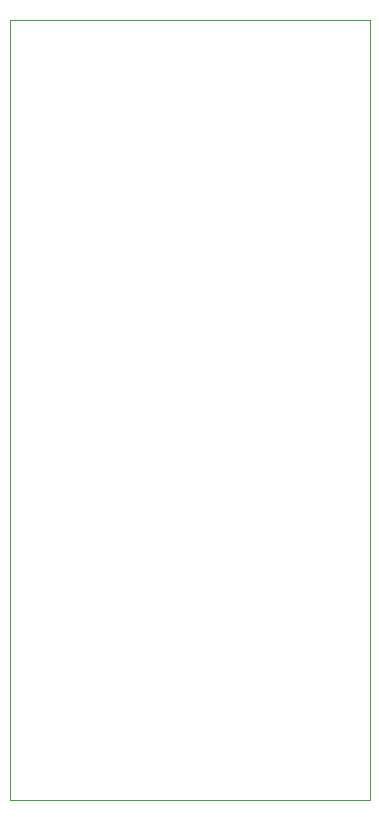
<source format=gbr>
%TF.GenerationSoftware,KiCad,Pcbnew,(6.0.5)*%
%TF.CreationDate,2022-06-29T09:53:36+09:30*%
%TF.ProjectId,SX-64 8701,53582d36-3420-4383-9730-312e6b696361,rev?*%
%TF.SameCoordinates,Original*%
%TF.FileFunction,Profile,NP*%
%FSLAX46Y46*%
G04 Gerber Fmt 4.6, Leading zero omitted, Abs format (unit mm)*
G04 Created by KiCad (PCBNEW (6.0.5)) date 2022-06-29 09:53:36*
%MOMM*%
%LPD*%
G01*
G04 APERTURE LIST*
%TA.AperFunction,Profile*%
%ADD10C,0.100000*%
%TD*%
G04 APERTURE END LIST*
D10*
X152021500Y-65153500D02*
X152021500Y-131193500D01*
X121541500Y-131193500D02*
X121541500Y-65153500D01*
X152021500Y-131193500D02*
X121541500Y-131193500D01*
X121541500Y-65153500D02*
X152021500Y-65153500D01*
M02*

</source>
